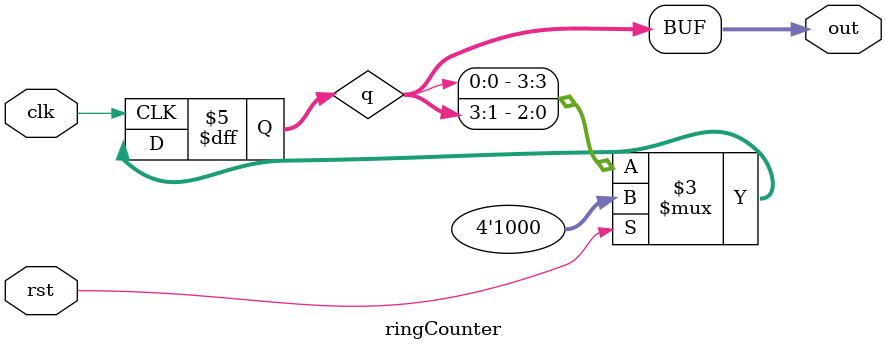
<source format=v>
`timescale 1ns / 1ps

module ringCounter(clk, rst, out);
	input clk, rst;
	output [3:0] out;
	reg [3:0] q;
	
	always@(posedge clk) begin
		if(rst) 
			q <= 4'b1000;
		else 
			q <= {q[0],q[3:1]};
	end

	assign out = q;

endmodule


</source>
